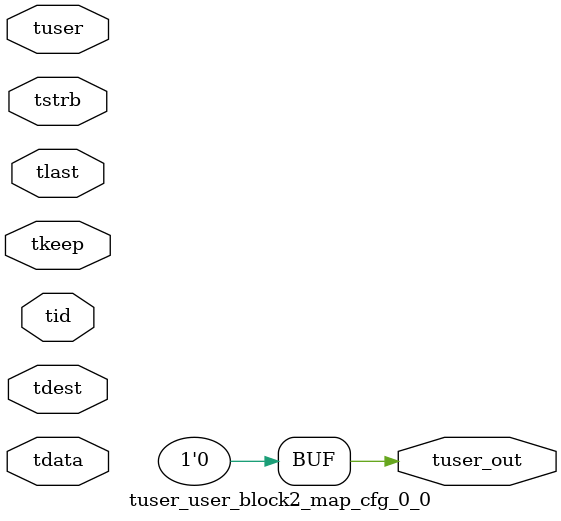
<source format=v>


`timescale 1ps/1ps

module tuser_user_block2_map_cfg_0_0 #
(
parameter C_S_AXIS_TUSER_WIDTH = 1,
parameter C_S_AXIS_TDATA_WIDTH = 32,
parameter C_S_AXIS_TID_WIDTH   = 0,
parameter C_S_AXIS_TDEST_WIDTH = 0,
parameter C_M_AXIS_TUSER_WIDTH = 1
)
(
input  [(C_S_AXIS_TUSER_WIDTH == 0 ? 1 : C_S_AXIS_TUSER_WIDTH)-1:0     ] tuser,
input  [(C_S_AXIS_TDATA_WIDTH == 0 ? 1 : C_S_AXIS_TDATA_WIDTH)-1:0     ] tdata,
input  [(C_S_AXIS_TID_WIDTH   == 0 ? 1 : C_S_AXIS_TID_WIDTH)-1:0       ] tid,
input  [(C_S_AXIS_TDEST_WIDTH == 0 ? 1 : C_S_AXIS_TDEST_WIDTH)-1:0     ] tdest,
input  [(C_S_AXIS_TDATA_WIDTH/8)-1:0 ] tkeep,
input  [(C_S_AXIS_TDATA_WIDTH/8)-1:0 ] tstrb,
input                                                                    tlast,
output [C_M_AXIS_TUSER_WIDTH-1:0] tuser_out
);

assign tuser_out = {1'b0};

endmodule


</source>
